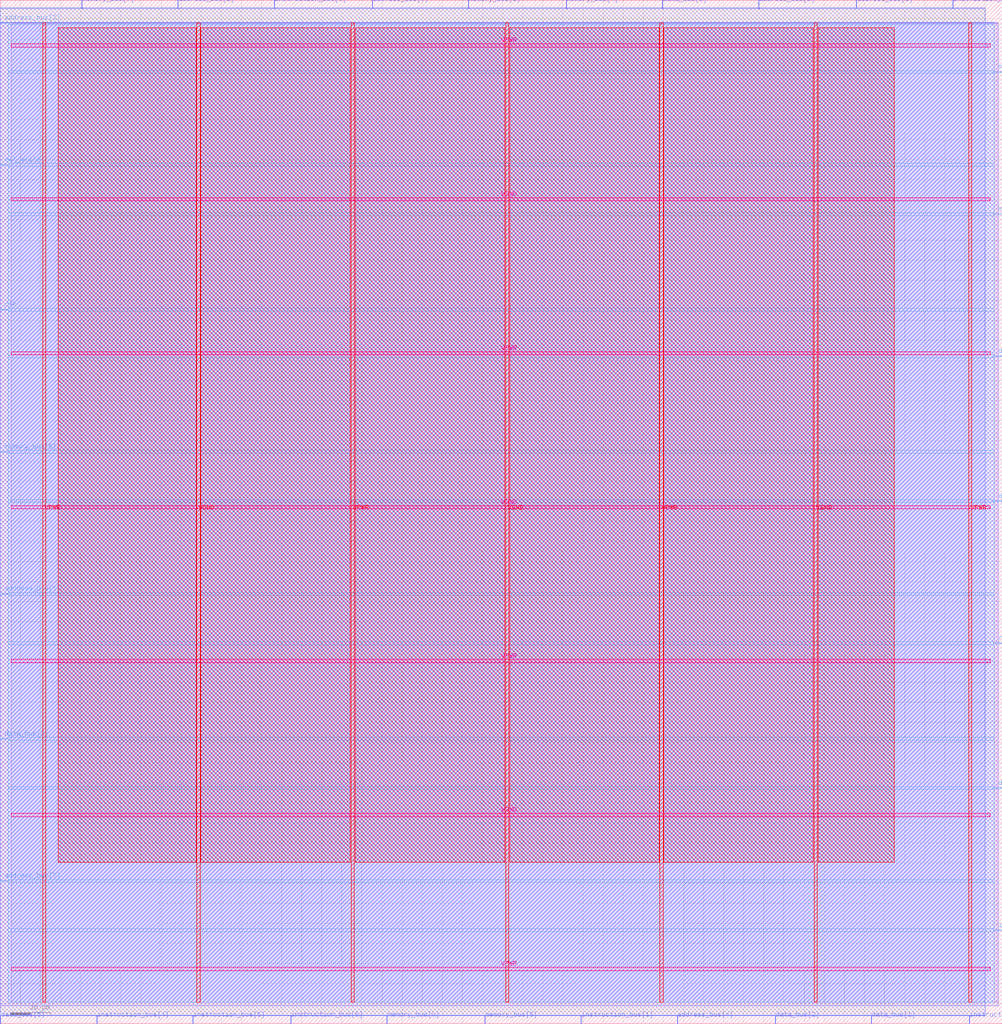
<source format=lef>
VERSION 5.7 ;
  NOWIREEXTENSIONATPIN ON ;
  DIVIDERCHAR "/" ;
  BUSBITCHARS "[]" ;
MACRO RISC_SPM
  CLASS BLOCK ;
  FOREIGN RISC_SPM ;
  ORIGIN 0.000 0.000 ;
  SIZE 498.615 BY 509.335 ;
  PIN VGND
    DIRECTION INPUT ;
    USE GROUND ;
    PORT
      LAYER met5 ;
        RECT 5.520 103.080 492.660 104.680 ;
    END
    PORT
      LAYER met5 ;
        RECT 5.520 256.260 492.660 257.860 ;
    END
    PORT
      LAYER met5 ;
        RECT 5.520 409.440 492.660 411.040 ;
    END
    PORT
      LAYER met4 ;
        RECT 97.840 10.640 99.440 498.000 ;
    END
    PORT
      LAYER met4 ;
        RECT 251.440 10.640 253.040 498.000 ;
    END
    PORT
      LAYER met4 ;
        RECT 405.040 10.640 406.640 498.000 ;
    END
  END VGND
  PIN VPWR
    DIRECTION INPUT ;
    USE POWER ;
    PORT
      LAYER met5 ;
        RECT 5.520 26.490 492.660 28.090 ;
    END
    PORT
      LAYER met5 ;
        RECT 5.520 179.670 492.660 181.270 ;
    END
    PORT
      LAYER met5 ;
        RECT 5.520 332.850 492.660 334.450 ;
    END
    PORT
      LAYER met5 ;
        RECT 5.520 486.030 492.660 487.630 ;
    END
    PORT
      LAYER met4 ;
        RECT 21.040 10.640 22.640 498.000 ;
    END
    PORT
      LAYER met4 ;
        RECT 174.640 10.640 176.240 498.000 ;
    END
    PORT
      LAYER met4 ;
        RECT 328.240 10.640 329.840 498.000 ;
    END
    PORT
      LAYER met4 ;
        RECT 481.840 10.640 483.440 498.000 ;
    END
  END VPWR
  PIN address_bus[0]
    DIRECTION INPUT ;
    USE SIGNAL ;
    PORT
      LAYER met2 ;
        RECT 185.010 505.335 185.290 509.335 ;
    END
  END address_bus[0]
  PIN address_bus[1]
    DIRECTION INPUT ;
    USE SIGNAL ;
    PORT
      LAYER met2 ;
        RECT 426.050 505.335 426.330 509.335 ;
    END
  END address_bus[1]
  PIN address_bus[2]
    DIRECTION INPUT ;
    USE SIGNAL ;
    PORT
      LAYER met2 ;
        RECT 88.410 505.335 88.690 509.335 ;
    END
  END address_bus[2]
  PIN address_bus[3]
    DIRECTION INPUT ;
    USE SIGNAL ;
    PORT
      LAYER met3 ;
        RECT 0.000 497.800 4.000 498.400 ;
    END
  END address_bus[3]
  PIN address_bus[4]
    DIRECTION INPUT ;
    USE SIGNAL ;
    PORT
      LAYER met2 ;
        RECT 336.810 0.000 337.090 4.000 ;
    END
  END address_bus[4]
  PIN address_bus[5]
    DIRECTION INPUT ;
    USE SIGNAL ;
    PORT
      LAYER met3 ;
        RECT 0.000 213.560 4.000 214.160 ;
    END
  END address_bus[5]
  PIN address_bus[6]
    DIRECTION INPUT ;
    USE SIGNAL ;
    PORT
      LAYER met2 ;
        RECT 377.290 505.335 377.570 509.335 ;
    END
  END address_bus[6]
  PIN address_bus[7]
    DIRECTION INPUT ;
    USE SIGNAL ;
    PORT
      LAYER met3 ;
        RECT 0.000 70.760 4.000 71.360 ;
    END
  END address_bus[7]
  PIN clk
    DIRECTION INPUT ;
    USE SIGNAL ;
    PORT
      LAYER met3 ;
        RECT 0.000 355.000 4.000 355.600 ;
    END
  END clk
  PIN data_bus[0]
    DIRECTION INPUT ;
    USE SIGNAL ;
    PORT
      LAYER met3 ;
        RECT 494.615 331.880 498.615 332.480 ;
    END
  END data_bus[0]
  PIN data_bus[1]
    DIRECTION INPUT ;
    USE SIGNAL ;
    PORT
      LAYER met2 ;
        RECT 433.410 0.000 433.690 4.000 ;
    END
  END data_bus[1]
  PIN data_bus[2]
    DIRECTION INPUT ;
    USE SIGNAL ;
    PORT
      LAYER met2 ;
        RECT 385.570 0.000 385.850 4.000 ;
    END
  END data_bus[2]
  PIN data_bus[3]
    DIRECTION INPUT ;
    USE SIGNAL ;
    PORT
      LAYER met3 ;
        RECT 0.000 141.480 4.000 142.080 ;
    END
  END data_bus[3]
  PIN data_bus[4]
    DIRECTION INPUT ;
    USE SIGNAL ;
    PORT
      LAYER met3 ;
        RECT 494.615 259.800 498.615 260.400 ;
    END
  END data_bus[4]
  PIN data_bus[5]
    DIRECTION INPUT ;
    USE SIGNAL ;
    PORT
      LAYER met2 ;
        RECT 0.090 0.000 0.370 4.000 ;
    END
  END data_bus[5]
  PIN data_bus[6]
    DIRECTION INPUT ;
    USE SIGNAL ;
    PORT
      LAYER met2 ;
        RECT 329.450 505.335 329.730 509.335 ;
    END
  END data_bus[6]
  PIN data_bus[7]
    DIRECTION INPUT ;
    USE SIGNAL ;
    PORT
      LAYER met3 ;
        RECT 494.615 117.000 498.615 117.600 ;
    END
  END data_bus[7]
  PIN ext_write
    DIRECTION INPUT ;
    USE SIGNAL ;
    PORT
      LAYER met3 ;
        RECT 0.000 427.080 4.000 427.680 ;
    END
  END ext_write
  PIN instruction_bus[0]
    DIRECTION OUTPUT TRISTATE ;
    USE SIGNAL ;
    PORT
      LAYER met2 ;
        RECT 136.250 505.335 136.530 509.335 ;
    END
  END instruction_bus[0]
  PIN instruction_bus[1]
    DIRECTION OUTPUT TRISTATE ;
    USE SIGNAL ;
    PORT
      LAYER met2 ;
        RECT 288.970 0.000 289.250 4.000 ;
    END
  END instruction_bus[1]
  PIN instruction_bus[2]
    DIRECTION OUTPUT TRISTATE ;
    USE SIGNAL ;
    PORT
      LAYER met2 ;
        RECT 473.890 505.335 474.170 509.335 ;
    END
  END instruction_bus[2]
  PIN instruction_bus[3]
    DIRECTION OUTPUT TRISTATE ;
    USE SIGNAL ;
    PORT
      LAYER met2 ;
        RECT 482.170 0.000 482.450 4.000 ;
    END
  END instruction_bus[3]
  PIN instruction_bus[4]
    DIRECTION OUTPUT TRISTATE ;
    USE SIGNAL ;
    PORT
      LAYER met2 ;
        RECT 47.930 0.000 48.210 4.000 ;
    END
  END instruction_bus[4]
  PIN instruction_bus[5]
    DIRECTION OUTPUT TRISTATE ;
    USE SIGNAL ;
    PORT
      LAYER met2 ;
        RECT 95.770 0.000 96.050 4.000 ;
    END
  END instruction_bus[5]
  PIN instruction_bus[6]
    DIRECTION OUTPUT TRISTATE ;
    USE SIGNAL ;
    PORT
      LAYER met2 ;
        RECT 144.530 0.000 144.810 4.000 ;
    END
  END instruction_bus[6]
  PIN instruction_bus[7]
    DIRECTION OUTPUT TRISTATE ;
    USE SIGNAL ;
    PORT
      LAYER met3 ;
        RECT 494.615 46.280 498.615 46.880 ;
    END
  END instruction_bus[7]
  PIN memory_bus[0]
    DIRECTION OUTPUT TRISTATE ;
    USE SIGNAL ;
    PORT
      LAYER met2 ;
        RECT 192.370 0.000 192.650 4.000 ;
    END
  END memory_bus[0]
  PIN memory_bus[1]
    DIRECTION OUTPUT TRISTATE ;
    USE SIGNAL ;
    PORT
      LAYER met3 ;
        RECT 494.615 402.600 498.615 403.200 ;
    END
  END memory_bus[1]
  PIN memory_bus[2]
    DIRECTION OUTPUT TRISTATE ;
    USE SIGNAL ;
    PORT
      LAYER met3 ;
        RECT 494.615 473.320 498.615 473.920 ;
    END
  END memory_bus[2]
  PIN memory_bus[3]
    DIRECTION OUTPUT TRISTATE ;
    USE SIGNAL ;
    PORT
      LAYER met2 ;
        RECT 232.850 505.335 233.130 509.335 ;
    END
  END memory_bus[3]
  PIN memory_bus[4]
    DIRECTION OUTPUT TRISTATE ;
    USE SIGNAL ;
    PORT
      LAYER met2 ;
        RECT 281.610 505.335 281.890 509.335 ;
    END
  END memory_bus[4]
  PIN memory_bus[5]
    DIRECTION OUTPUT TRISTATE ;
    USE SIGNAL ;
    PORT
      LAYER met2 ;
        RECT 241.130 0.000 241.410 4.000 ;
    END
  END memory_bus[5]
  PIN memory_bus[6]
    DIRECTION OUTPUT TRISTATE ;
    USE SIGNAL ;
    PORT
      LAYER met3 ;
        RECT 0.000 284.280 4.000 284.880 ;
    END
  END memory_bus[6]
  PIN memory_bus[7]
    DIRECTION OUTPUT TRISTATE ;
    USE SIGNAL ;
    PORT
      LAYER met2 ;
        RECT 40.570 505.335 40.850 509.335 ;
    END
  END memory_bus[7]
  PIN rst
    DIRECTION INPUT ;
    USE SIGNAL ;
    PORT
      LAYER met3 ;
        RECT 494.615 189.080 498.615 189.680 ;
    END
  END rst
  OBS
      LAYER li1 ;
        RECT 5.520 10.795 496.655 497.845 ;
      LAYER met1 ;
        RECT 0.070 8.880 496.715 498.000 ;
      LAYER met2 ;
        RECT 0.100 505.055 40.290 505.650 ;
        RECT 41.130 505.055 88.130 505.650 ;
        RECT 88.970 505.055 135.970 505.650 ;
        RECT 136.810 505.055 184.730 505.650 ;
        RECT 185.570 505.055 232.570 505.650 ;
        RECT 233.410 505.055 281.330 505.650 ;
        RECT 282.170 505.055 329.170 505.650 ;
        RECT 330.010 505.055 377.010 505.650 ;
        RECT 377.850 505.055 425.770 505.650 ;
        RECT 426.610 505.055 473.610 505.650 ;
        RECT 474.450 505.055 490.270 505.650 ;
        RECT 0.100 4.280 490.270 505.055 ;
        RECT 0.650 4.000 47.650 4.280 ;
        RECT 48.490 4.000 95.490 4.280 ;
        RECT 96.330 4.000 144.250 4.280 ;
        RECT 145.090 4.000 192.090 4.280 ;
        RECT 192.930 4.000 240.850 4.280 ;
        RECT 241.690 4.000 288.690 4.280 ;
        RECT 289.530 4.000 336.530 4.280 ;
        RECT 337.370 4.000 385.290 4.280 ;
        RECT 386.130 4.000 433.130 4.280 ;
        RECT 433.970 4.000 481.890 4.280 ;
        RECT 482.730 4.000 490.270 4.280 ;
      LAYER met3 ;
        RECT 4.400 497.400 494.615 498.265 ;
        RECT 4.000 474.320 494.615 497.400 ;
        RECT 4.000 472.920 494.215 474.320 ;
        RECT 4.000 428.080 494.615 472.920 ;
        RECT 4.400 426.680 494.615 428.080 ;
        RECT 4.000 403.600 494.615 426.680 ;
        RECT 4.000 402.200 494.215 403.600 ;
        RECT 4.000 356.000 494.615 402.200 ;
        RECT 4.400 354.600 494.615 356.000 ;
        RECT 4.000 332.880 494.615 354.600 ;
        RECT 4.000 331.480 494.215 332.880 ;
        RECT 4.000 285.280 494.615 331.480 ;
        RECT 4.400 283.880 494.615 285.280 ;
        RECT 4.000 260.800 494.615 283.880 ;
        RECT 4.000 259.400 494.215 260.800 ;
        RECT 4.000 214.560 494.615 259.400 ;
        RECT 4.400 213.160 494.615 214.560 ;
        RECT 4.000 190.080 494.615 213.160 ;
        RECT 4.000 188.680 494.215 190.080 ;
        RECT 4.000 142.480 494.615 188.680 ;
        RECT 4.400 141.080 494.615 142.480 ;
        RECT 4.000 118.000 494.615 141.080 ;
        RECT 4.000 116.600 494.215 118.000 ;
        RECT 4.000 71.760 494.615 116.600 ;
        RECT 4.400 70.360 494.615 71.760 ;
        RECT 4.000 47.280 494.615 70.360 ;
        RECT 4.000 45.880 494.215 47.280 ;
        RECT 4.000 10.715 494.615 45.880 ;
      LAYER met4 ;
        RECT 28.815 80.415 97.440 495.545 ;
        RECT 99.840 80.415 174.240 495.545 ;
        RECT 176.640 80.415 251.040 495.545 ;
        RECT 253.440 80.415 327.840 495.545 ;
        RECT 330.240 80.415 404.640 495.545 ;
        RECT 407.040 80.415 444.985 495.545 ;
  END
END RISC_SPM
END LIBRARY


</source>
